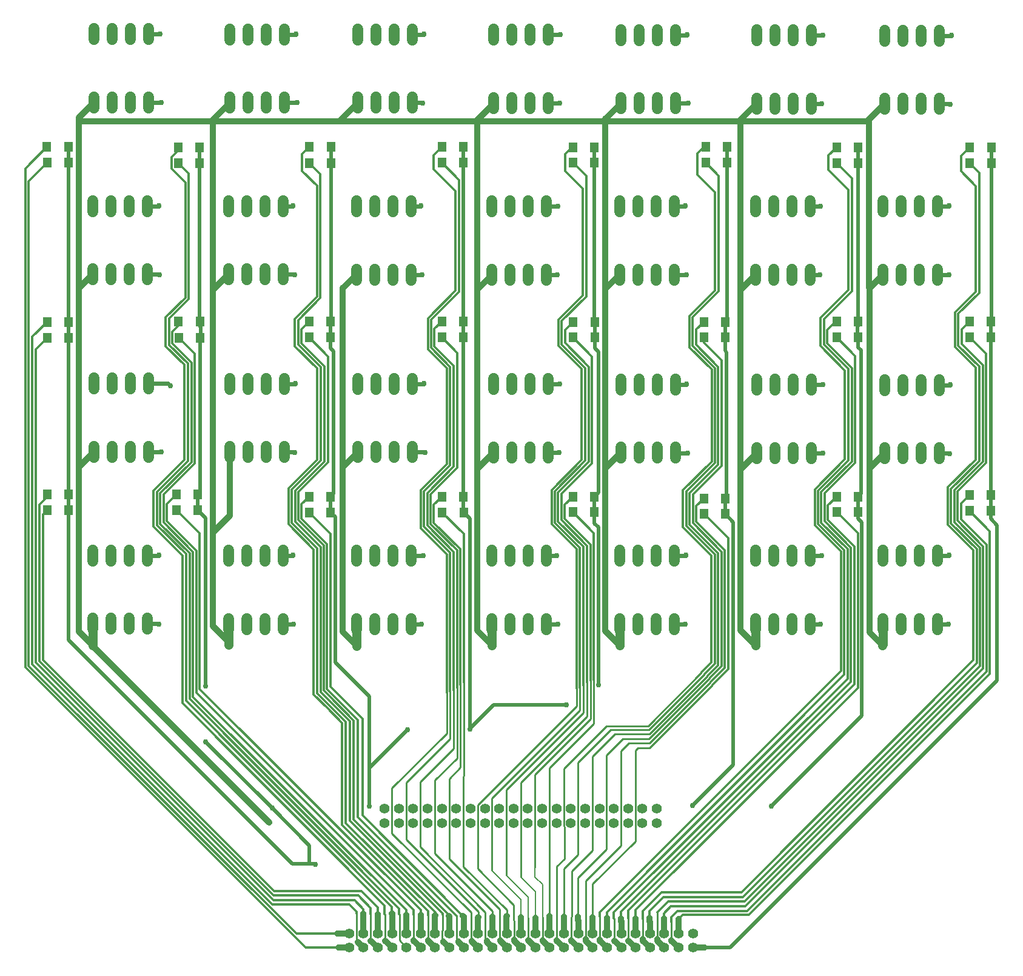
<source format=gbr>
G04 EAGLE Gerber RS-274X export*
G75*
%MOMM*%
%FSLAX34Y34*%
%LPD*%
%INTop Copper*%
%IPPOS*%
%AMOC8*
5,1,8,0,0,1.08239X$1,22.5*%
G01*
%ADD10R,1.200000X1.400000*%
%ADD11C,1.524000*%
%ADD12C,1.408000*%
%ADD13C,0.609600*%
%ADD14C,0.756400*%
%ADD15C,1.270000*%
%ADD16C,0.812800*%
%ADD17C,0.508000*%
%ADD18C,0.304800*%
%ADD19C,0.254000*%
%ADD20C,0.203200*%


D10*
X179564Y170434D03*
X209564Y170434D03*
X179818Y148336D03*
X209818Y148336D03*
D11*
X321818Y320294D02*
X321818Y335534D01*
X296418Y335534D02*
X296418Y320294D01*
X271018Y320294D02*
X271018Y335534D01*
X245618Y335534D02*
X245618Y320294D01*
X245618Y240284D02*
X245618Y225044D01*
X271018Y225044D02*
X271018Y240284D01*
X296418Y240284D02*
X296418Y225044D01*
X321818Y225044D02*
X321818Y240284D01*
D10*
X362698Y170180D03*
X392698Y170180D03*
X362698Y148082D03*
X392698Y148082D03*
D11*
X511302Y320040D02*
X511302Y335280D01*
X485902Y335280D02*
X485902Y320040D01*
X460502Y320040D02*
X460502Y335280D01*
X435102Y335280D02*
X435102Y320040D01*
X435102Y240030D02*
X435102Y224790D01*
X460502Y224790D02*
X460502Y240030D01*
X485902Y240030D02*
X485902Y224790D01*
X511302Y224790D02*
X511302Y240030D01*
D10*
X546086Y170688D03*
X576086Y170688D03*
X546086Y148082D03*
X576086Y148082D03*
D11*
X689864Y319786D02*
X689864Y335026D01*
X664464Y335026D02*
X664464Y319786D01*
X639064Y319786D02*
X639064Y335026D01*
X613664Y335026D02*
X613664Y319786D01*
X613664Y239776D02*
X613664Y224536D01*
X639064Y224536D02*
X639064Y239776D01*
X664464Y239776D02*
X664464Y224536D01*
X689864Y224536D02*
X689864Y239776D01*
D10*
X731252Y170434D03*
X761252Y170434D03*
X731252Y148336D03*
X761252Y148336D03*
D11*
X879348Y319532D02*
X879348Y334772D01*
X853948Y334772D02*
X853948Y319532D01*
X828548Y319532D02*
X828548Y334772D01*
X803148Y334772D02*
X803148Y319532D01*
X803656Y239522D02*
X803656Y224282D01*
X829056Y224282D02*
X829056Y239522D01*
X854456Y239522D02*
X854456Y224282D01*
X879856Y224282D02*
X879856Y239522D01*
D10*
X913878Y170180D03*
X943878Y170180D03*
X913878Y148336D03*
X943878Y148336D03*
D11*
X1057656Y319024D02*
X1057656Y334264D01*
X1032256Y334264D02*
X1032256Y319024D01*
X1006856Y319024D02*
X1006856Y334264D01*
X981456Y334264D02*
X981456Y319024D01*
X981456Y239014D02*
X981456Y223774D01*
X1006856Y223774D02*
X1006856Y239014D01*
X1032256Y239014D02*
X1032256Y223774D01*
X1057656Y223774D02*
X1057656Y239014D01*
D10*
X1099298Y170434D03*
X1129298Y170434D03*
X1099298Y148336D03*
X1129298Y148336D03*
D11*
X1247140Y318770D02*
X1247140Y334010D01*
X1221740Y334010D02*
X1221740Y318770D01*
X1196340Y318770D02*
X1196340Y334010D01*
X1170940Y334010D02*
X1170940Y318770D01*
X1170940Y238760D02*
X1170940Y223520D01*
X1196340Y223520D02*
X1196340Y238760D01*
X1221740Y238760D02*
X1221740Y223520D01*
X1247140Y223520D02*
X1247140Y238760D01*
D10*
X1282432Y170180D03*
X1312432Y170180D03*
X1282432Y148082D03*
X1312432Y148082D03*
D11*
X1425448Y318262D02*
X1425448Y333502D01*
X1400048Y333502D02*
X1400048Y318262D01*
X1374648Y318262D02*
X1374648Y333502D01*
X1349248Y333502D02*
X1349248Y318262D01*
X1349248Y238252D02*
X1349248Y223012D01*
X1374648Y223012D02*
X1374648Y238252D01*
X1400048Y238252D02*
X1400048Y223012D01*
X1425448Y223012D02*
X1425448Y238252D01*
D10*
X1468106Y170180D03*
X1498106Y170180D03*
X1468106Y147828D03*
X1498106Y147828D03*
X179818Y-73660D03*
X209818Y-73660D03*
X179818Y-96012D03*
X209818Y-96012D03*
D11*
X319786Y80264D02*
X319786Y95504D01*
X294386Y95504D02*
X294386Y80264D01*
X268986Y80264D02*
X268986Y95504D01*
X243586Y95504D02*
X243586Y80264D01*
X243586Y254D02*
X243586Y-14986D01*
X268986Y-14986D02*
X268986Y254D01*
X294386Y254D02*
X294386Y-14986D01*
X319786Y-14986D02*
X319786Y254D01*
D10*
X363206Y-73406D03*
X393206Y-73406D03*
X363714Y-95758D03*
X393714Y-95758D03*
D11*
X509270Y80264D02*
X509270Y95504D01*
X483870Y95504D02*
X483870Y80264D01*
X458470Y80264D02*
X458470Y95504D01*
X433070Y95504D02*
X433070Y80264D01*
X433070Y254D02*
X433070Y-14986D01*
X458470Y-14986D02*
X458470Y254D01*
X483870Y254D02*
X483870Y-14986D01*
X509270Y-14986D02*
X509270Y254D01*
D10*
X545578Y-73406D03*
X575578Y-73406D03*
X545578Y-95504D03*
X575578Y-95504D03*
D11*
X687832Y80264D02*
X687832Y95504D01*
X662432Y95504D02*
X662432Y80264D01*
X637032Y80264D02*
X637032Y95504D01*
X611632Y95504D02*
X611632Y80264D01*
X611632Y0D02*
X611632Y-15240D01*
X637032Y-15240D02*
X637032Y0D01*
X662432Y0D02*
X662432Y-15240D01*
X687832Y-15240D02*
X687832Y0D01*
D10*
X730998Y-73152D03*
X760998Y-73152D03*
X730998Y-95250D03*
X760998Y-95250D03*
D11*
X877316Y79756D02*
X877316Y94996D01*
X851916Y94996D02*
X851916Y79756D01*
X826516Y79756D02*
X826516Y94996D01*
X801116Y94996D02*
X801116Y79756D01*
X801116Y-254D02*
X801116Y-15494D01*
X826516Y-15494D02*
X826516Y-254D01*
X851916Y-254D02*
X851916Y-15494D01*
X877316Y-15494D02*
X877316Y-254D01*
D10*
X914386Y-73660D03*
X944386Y-73660D03*
X914386Y-95504D03*
X944386Y-95504D03*
D11*
X1055624Y80010D02*
X1055624Y95250D01*
X1030224Y95250D02*
X1030224Y80010D01*
X1004824Y80010D02*
X1004824Y95250D01*
X979424Y95250D02*
X979424Y80010D01*
X979424Y0D02*
X979424Y-15240D01*
X1004824Y-15240D02*
X1004824Y0D01*
X1030224Y0D02*
X1030224Y-15240D01*
X1055624Y-15240D02*
X1055624Y0D01*
D10*
X1096758Y-73660D03*
X1126758Y-73660D03*
X1096758Y-95504D03*
X1126758Y-95504D03*
D11*
X1245108Y79756D02*
X1245108Y94996D01*
X1219708Y94996D02*
X1219708Y79756D01*
X1194308Y79756D02*
X1194308Y94996D01*
X1168908Y94996D02*
X1168908Y79756D01*
X1168908Y0D02*
X1168908Y-15240D01*
X1194308Y-15240D02*
X1194308Y0D01*
X1219708Y0D02*
X1219708Y-15240D01*
X1245108Y-15240D02*
X1245108Y0D01*
D10*
X1282178Y-73406D03*
X1312178Y-73406D03*
X1282178Y-95504D03*
X1312178Y-95504D03*
D11*
X1423416Y80010D02*
X1423416Y95250D01*
X1398016Y95250D02*
X1398016Y80010D01*
X1372616Y80010D02*
X1372616Y95250D01*
X1347216Y95250D02*
X1347216Y80010D01*
X1347216Y0D02*
X1347216Y-15240D01*
X1372616Y-15240D02*
X1372616Y0D01*
X1398016Y0D02*
X1398016Y-15240D01*
X1423416Y-15240D02*
X1423416Y0D01*
D10*
X1467852Y-73406D03*
X1497852Y-73406D03*
X1467852Y-95250D03*
X1497852Y-95250D03*
X179818Y-314706D03*
X209818Y-314706D03*
X179818Y-336804D03*
X209818Y-336804D03*
D11*
X321564Y-166878D02*
X321564Y-151638D01*
X296164Y-151638D02*
X296164Y-166878D01*
X270764Y-166878D02*
X270764Y-151638D01*
X245364Y-151638D02*
X245364Y-166878D01*
X245618Y-247396D02*
X245618Y-262636D01*
X271018Y-262636D02*
X271018Y-247396D01*
X296418Y-247396D02*
X296418Y-262636D01*
X321818Y-262636D02*
X321818Y-247396D01*
D10*
X360412Y-314198D03*
X390412Y-314198D03*
X360412Y-336550D03*
X390412Y-336550D03*
D11*
X511302Y-167640D02*
X511302Y-152400D01*
X485902Y-152400D02*
X485902Y-167640D01*
X460502Y-167640D02*
X460502Y-152400D01*
X435102Y-152400D02*
X435102Y-167640D01*
X435102Y-247650D02*
X435102Y-262890D01*
X460502Y-262890D02*
X460502Y-247650D01*
X485902Y-247650D02*
X485902Y-262890D01*
X511302Y-262890D02*
X511302Y-247650D01*
D10*
X545578Y-317754D03*
X575578Y-317754D03*
X545578Y-339598D03*
X575578Y-339598D03*
D11*
X689864Y-167894D02*
X689864Y-152654D01*
X664464Y-152654D02*
X664464Y-167894D01*
X639064Y-167894D02*
X639064Y-152654D01*
X613664Y-152654D02*
X613664Y-167894D01*
X613664Y-247904D02*
X613664Y-263144D01*
X639064Y-263144D02*
X639064Y-247904D01*
X664464Y-247904D02*
X664464Y-263144D01*
X689864Y-263144D02*
X689864Y-247904D01*
D10*
X731252Y-317754D03*
X761252Y-317754D03*
X731506Y-339852D03*
X761506Y-339852D03*
D11*
X879348Y-168148D02*
X879348Y-152908D01*
X853948Y-152908D02*
X853948Y-168148D01*
X828548Y-168148D02*
X828548Y-152908D01*
X803148Y-152908D02*
X803148Y-168148D01*
X803148Y-248158D02*
X803148Y-263398D01*
X828548Y-263398D02*
X828548Y-248158D01*
X853948Y-248158D02*
X853948Y-263398D01*
X879348Y-263398D02*
X879348Y-248158D01*
D10*
X914132Y-317500D03*
X944132Y-317500D03*
X914132Y-339344D03*
X944132Y-339344D03*
D11*
X1057656Y-168656D02*
X1057656Y-153416D01*
X1032256Y-153416D02*
X1032256Y-168656D01*
X1006856Y-168656D02*
X1006856Y-153416D01*
X981456Y-153416D02*
X981456Y-168656D01*
X981456Y-248666D02*
X981456Y-263906D01*
X1006856Y-263906D02*
X1006856Y-248666D01*
X1032256Y-248666D02*
X1032256Y-263906D01*
X1057656Y-263906D02*
X1057656Y-248666D01*
D10*
X1096758Y-320040D03*
X1126758Y-320040D03*
X1096758Y-341884D03*
X1126758Y-341884D03*
D11*
X1247140Y-168910D02*
X1247140Y-153670D01*
X1221740Y-153670D02*
X1221740Y-168910D01*
X1196340Y-168910D02*
X1196340Y-153670D01*
X1170940Y-153670D02*
X1170940Y-168910D01*
X1170940Y-248920D02*
X1170940Y-264160D01*
X1196340Y-264160D02*
X1196340Y-248920D01*
X1221740Y-248920D02*
X1221740Y-264160D01*
X1247140Y-264160D02*
X1247140Y-248920D01*
D10*
X1282178Y-317500D03*
X1312178Y-317500D03*
X1282178Y-339344D03*
X1312178Y-339344D03*
D11*
X1425448Y-169418D02*
X1425448Y-154178D01*
X1400048Y-154178D02*
X1400048Y-169418D01*
X1374648Y-169418D02*
X1374648Y-154178D01*
X1349248Y-154178D02*
X1349248Y-169418D01*
X1349248Y-249428D02*
X1349248Y-264668D01*
X1374648Y-264668D02*
X1374648Y-249428D01*
X1400048Y-249428D02*
X1400048Y-264668D01*
X1425448Y-264668D02*
X1425448Y-249428D01*
D10*
X1467598Y-315214D03*
X1497598Y-315214D03*
X1467598Y-337312D03*
X1497598Y-337312D03*
D11*
X319786Y-392176D02*
X319786Y-407416D01*
X294386Y-407416D02*
X294386Y-392176D01*
X268986Y-392176D02*
X268986Y-407416D01*
X243586Y-407416D02*
X243586Y-392176D01*
X243586Y-487426D02*
X243586Y-502666D01*
X268986Y-502666D02*
X268986Y-487426D01*
X294386Y-487426D02*
X294386Y-502666D01*
X319786Y-502666D02*
X319786Y-487426D01*
X509270Y-407670D02*
X509270Y-392430D01*
X483870Y-392430D02*
X483870Y-407670D01*
X458470Y-407670D02*
X458470Y-392430D01*
X433070Y-392430D02*
X433070Y-407670D01*
X433070Y-487680D02*
X433070Y-502920D01*
X458470Y-502920D02*
X458470Y-487680D01*
X483870Y-487680D02*
X483870Y-502920D01*
X509270Y-502920D02*
X509270Y-487680D01*
X687832Y-407670D02*
X687832Y-392430D01*
X662432Y-392430D02*
X662432Y-407670D01*
X637032Y-407670D02*
X637032Y-392430D01*
X611632Y-392430D02*
X611632Y-407670D01*
X611632Y-487680D02*
X611632Y-502920D01*
X637032Y-502920D02*
X637032Y-487680D01*
X662432Y-487680D02*
X662432Y-502920D01*
X687832Y-502920D02*
X687832Y-487680D01*
X877316Y-407924D02*
X877316Y-392684D01*
X851916Y-392684D02*
X851916Y-407924D01*
X826516Y-407924D02*
X826516Y-392684D01*
X801116Y-392684D02*
X801116Y-407924D01*
X801116Y-487934D02*
X801116Y-503174D01*
X826516Y-503174D02*
X826516Y-487934D01*
X851916Y-487934D02*
X851916Y-503174D01*
X877316Y-503174D02*
X877316Y-487934D01*
X1055624Y-407670D02*
X1055624Y-392430D01*
X1030224Y-392430D02*
X1030224Y-407670D01*
X1004824Y-407670D02*
X1004824Y-392430D01*
X979424Y-392430D02*
X979424Y-407670D01*
X979424Y-487680D02*
X979424Y-502920D01*
X1004824Y-502920D02*
X1004824Y-487680D01*
X1030224Y-487680D02*
X1030224Y-502920D01*
X1055624Y-502920D02*
X1055624Y-487680D01*
X1245108Y-407924D02*
X1245108Y-392684D01*
X1219708Y-392684D02*
X1219708Y-407924D01*
X1194308Y-407924D02*
X1194308Y-392684D01*
X1168908Y-392684D02*
X1168908Y-407924D01*
X1168908Y-487934D02*
X1168908Y-503174D01*
X1194308Y-503174D02*
X1194308Y-487934D01*
X1219708Y-487934D02*
X1219708Y-503174D01*
X1245108Y-503174D02*
X1245108Y-487934D01*
X1423416Y-407670D02*
X1423416Y-392430D01*
X1398016Y-392430D02*
X1398016Y-407670D01*
X1372616Y-407670D02*
X1372616Y-392430D01*
X1347216Y-392430D02*
X1347216Y-407670D01*
X1347216Y-487680D02*
X1347216Y-502920D01*
X1372616Y-502920D02*
X1372616Y-487680D01*
X1398016Y-487680D02*
X1398016Y-502920D01*
X1423416Y-502920D02*
X1423416Y-487680D01*
D12*
X601502Y-947260D03*
X601502Y-927260D03*
X621502Y-947260D03*
X621502Y-927260D03*
X641502Y-947260D03*
X641502Y-927260D03*
X661502Y-947260D03*
X661502Y-927260D03*
X681502Y-947260D03*
X681502Y-927260D03*
X701502Y-947260D03*
X701502Y-927260D03*
X721502Y-947260D03*
X721502Y-927260D03*
X741502Y-947260D03*
X741502Y-927260D03*
X761502Y-947260D03*
X761502Y-927260D03*
X781502Y-947260D03*
X781502Y-927260D03*
X801502Y-947260D03*
X801502Y-927260D03*
X821502Y-947260D03*
X821502Y-927260D03*
X841502Y-947260D03*
X841502Y-927260D03*
X861502Y-947260D03*
X861502Y-927260D03*
X881502Y-947260D03*
X881502Y-927260D03*
X901502Y-947260D03*
X901502Y-927260D03*
X921502Y-947260D03*
X921502Y-927260D03*
X941502Y-947260D03*
X941502Y-927260D03*
X961502Y-947260D03*
X961502Y-927260D03*
X981502Y-947260D03*
X981502Y-927260D03*
X1001502Y-947260D03*
X1001502Y-927260D03*
X1021502Y-947260D03*
X1021502Y-927260D03*
X1041502Y-947260D03*
X1041502Y-927260D03*
X1061502Y-947260D03*
X1061502Y-927260D03*
X1081502Y-947260D03*
X1081502Y-927260D03*
X650994Y-773270D03*
X650994Y-753270D03*
X670994Y-773270D03*
X670994Y-753270D03*
X690994Y-773270D03*
X690994Y-753270D03*
X710994Y-773270D03*
X710994Y-753270D03*
X730994Y-773270D03*
X730994Y-753270D03*
X750994Y-773270D03*
X750994Y-753270D03*
X770994Y-773270D03*
X770994Y-753270D03*
X790994Y-773270D03*
X790994Y-753270D03*
X810994Y-773270D03*
X810994Y-753270D03*
X830994Y-773270D03*
X830994Y-753270D03*
X850994Y-773270D03*
X850994Y-753270D03*
X870994Y-773270D03*
X870994Y-753270D03*
X890994Y-773270D03*
X890994Y-753270D03*
X910994Y-773270D03*
X910994Y-753270D03*
X930994Y-773270D03*
X930994Y-753270D03*
X950994Y-773270D03*
X950994Y-753270D03*
X970994Y-773270D03*
X970994Y-753270D03*
X990994Y-773270D03*
X990994Y-753270D03*
X1010994Y-773270D03*
X1010994Y-753270D03*
X1030994Y-773270D03*
X1030994Y-753270D03*
D13*
X337566Y327914D02*
X321818Y327914D01*
X337566Y327914D02*
X337566Y328267D01*
D14*
X337566Y328267D03*
D15*
X243586Y-495046D02*
X243586Y-525272D01*
X433070Y-524510D02*
X433070Y-498221D01*
X612140Y-498221D02*
X612140Y-526034D01*
X801116Y-525272D02*
X801116Y-498475D01*
X979424Y-524764D02*
X979678Y-525018D01*
X979424Y-524764D02*
X979424Y-498221D01*
X1168654Y-525018D02*
X1168908Y-524764D01*
X1168908Y-498475D01*
X1346200Y-525018D02*
X1347216Y-524002D01*
X1347216Y-498221D01*
D16*
X245618Y-255016D02*
X224028Y-276606D01*
X224282Y-278892D02*
X224282Y-505968D01*
X224028Y-276606D02*
X224028Y-25654D01*
X224028Y206502D01*
X224028Y211074D01*
X245618Y232664D01*
X243586Y-7366D02*
X225298Y-25654D01*
X224028Y-25654D01*
X224028Y206502D02*
X409194Y206502D01*
X434340Y231648D01*
X409194Y206502D02*
X588010Y206502D01*
X612902Y231394D01*
X588010Y206502D02*
X778256Y206502D01*
X780034Y208280D01*
X802894Y231140D01*
X778256Y206502D02*
X956564Y206502D01*
X959358Y209296D01*
X980694Y230632D01*
X956564Y206502D02*
X1146302Y206502D01*
X1147572Y207772D01*
X1170178Y230378D01*
X1146302Y206502D02*
X1325118Y206502D01*
X1327404Y208788D01*
X1348486Y229870D01*
X435102Y-255270D02*
X435102Y-343916D01*
X410972Y-368046D01*
X410972Y-29464D01*
X433070Y-7366D01*
X613664Y-255524D02*
X592328Y-276860D01*
X592328Y-506222D02*
X612140Y-526034D01*
X592328Y-506222D02*
X592328Y-276860D01*
X592328Y-26924D02*
X611632Y-7620D01*
X592328Y-26924D02*
X592328Y-276860D01*
X780034Y-278892D02*
X803148Y-255778D01*
X780034Y-504190D02*
X801116Y-525272D01*
X780034Y-504190D02*
X780034Y-278892D01*
X780034Y-28956D02*
X801116Y-7874D01*
X780034Y-28956D02*
X780034Y-278892D01*
X959358Y-27686D02*
X979424Y-7620D01*
X959358Y-27686D02*
X959358Y-278384D01*
X959358Y-504698D01*
X979678Y-525018D01*
X959358Y-278384D02*
X981456Y-256286D01*
X1147572Y-279908D02*
X1170940Y-256540D01*
X1147572Y-503936D02*
X1168654Y-525018D01*
X1147572Y-503936D02*
X1147572Y-279908D01*
X1147572Y-28956D02*
X1168908Y-7620D01*
X1147572Y-28956D02*
X1147572Y-279908D01*
X1328166Y-278130D02*
X1349248Y-257048D01*
X1328166Y-506984D02*
X1346200Y-525018D01*
X1328166Y-506984D02*
X1328166Y-278130D01*
X1328166Y-26670D02*
X1347216Y-7620D01*
X1328166Y-26670D02*
X1328166Y-278130D01*
X410972Y-29464D02*
X410972Y204724D01*
X409194Y206502D01*
X780034Y208280D02*
X780034Y-28956D01*
X959358Y-27686D02*
X959358Y209296D01*
X1147572Y207772D02*
X1147572Y-28956D01*
X1327404Y-25908D02*
X1328166Y-26670D01*
X1327404Y-25908D02*
X1327404Y208788D01*
X410972Y-368046D02*
X410972Y-498348D01*
X433070Y-520446D01*
X433070Y-524510D01*
X244602Y-526288D02*
X224282Y-505968D01*
X243586Y-525272D02*
X243586Y-526288D01*
X490220Y-772922D01*
D14*
X490220Y-772922D03*
D13*
X1423416Y-495300D02*
X1438402Y-495300D01*
X1438402Y-495653D01*
D14*
X1438402Y-495653D03*
D17*
X209564Y148590D02*
X209564Y170434D01*
X209564Y148590D02*
X209818Y148336D01*
X209818Y-73660D01*
X209818Y-96012D01*
X209818Y-314706D01*
X209818Y-336804D01*
X209818Y-517666D01*
X392698Y148082D02*
X392698Y170180D01*
X392698Y148082D02*
X392698Y-79262D01*
X394462Y-81026D01*
X394716Y-80772D01*
X394716Y-94756D01*
X393714Y-95758D01*
X393714Y-310896D01*
X390412Y-314198D01*
X390412Y-336550D01*
X401320Y-347458D01*
X576086Y148082D02*
X576086Y170688D01*
X576086Y148082D02*
X576086Y-72898D01*
X575578Y-73406D01*
X575578Y-95504D01*
X575578Y-110504D01*
X579628Y-114554D01*
X579628Y-313704D01*
X575578Y-317754D01*
X575578Y-339598D01*
X582168Y-346188D01*
X582168Y-548640D01*
X761252Y148336D02*
X761252Y170434D01*
X761252Y148336D02*
X761252Y-72898D01*
X760998Y-73152D01*
X760998Y-95250D01*
X760998Y-317500D01*
X761252Y-317754D01*
X761252Y-339598D01*
X761506Y-339852D01*
X770382Y-348728D01*
X943878Y148336D02*
X943878Y170180D01*
X943878Y148336D02*
X943878Y-73152D01*
X944386Y-73660D01*
X944386Y-95504D01*
X944386Y-110504D01*
X949452Y-115570D01*
X949452Y-312180D01*
X944132Y-317500D01*
X944132Y-339344D01*
X944132Y-355106D01*
X949452Y-360426D01*
X1129298Y148336D02*
X1129298Y170434D01*
X1129298Y148336D02*
X1129298Y-71120D01*
X1126758Y-73660D01*
X1126758Y-95504D01*
X1126758Y-114060D01*
X1128776Y-116078D01*
X1128776Y-318022D01*
X1126758Y-320040D01*
X1126758Y-341884D01*
X1137920Y-353046D01*
X1312432Y148082D02*
X1312432Y170180D01*
X1312432Y148082D02*
X1312432Y-79742D01*
X1311656Y-80518D01*
X1311148Y-80010D01*
X1311148Y-94474D01*
X1312178Y-95504D01*
X1312178Y-109488D01*
X1315974Y-113284D01*
X1315974Y-313704D01*
X1312178Y-317500D01*
X1312178Y-339344D01*
X1312178Y-348248D01*
X1317498Y-353568D01*
X1498106Y147828D02*
X1498106Y170180D01*
X1498106Y147828D02*
X1498106Y-73152D01*
X1497852Y-73406D01*
X1497852Y-95250D01*
X1497852Y-314960D01*
X1497598Y-315214D01*
X1497598Y-337312D01*
X1497598Y-348756D01*
X1506220Y-357378D01*
X522224Y-830072D02*
X209818Y-517666D01*
D14*
X401320Y-581914D03*
X401320Y-659892D03*
D17*
X494030Y-752602D01*
X545846Y-804418D01*
X545846Y-830072D01*
X401320Y-581914D02*
X401320Y-347458D01*
X522224Y-830072D02*
X545846Y-830072D01*
X629920Y-696722D02*
X629920Y-596392D01*
D14*
X629920Y-750062D03*
D17*
X629920Y-696722D01*
D14*
X494030Y-752602D03*
D17*
X629920Y-596392D02*
X582168Y-548640D01*
X769874Y-642112D02*
X770382Y-641604D01*
D14*
X769874Y-642112D03*
X683260Y-643382D03*
D17*
X629920Y-696722D01*
X770382Y-641604D02*
X770382Y-348728D01*
X949452Y-580418D02*
X949678Y-580644D01*
D14*
X949678Y-580644D03*
X905256Y-608584D03*
D17*
X803402Y-608584D01*
X770382Y-641604D01*
X949452Y-580418D02*
X949452Y-360426D01*
X1137920Y-691896D02*
X1080770Y-749046D01*
D14*
X1080770Y-749046D03*
D17*
X1137920Y-691896D02*
X1137920Y-353046D01*
X1317498Y-623570D02*
X1191006Y-750062D01*
D14*
X1191006Y-750062D03*
D17*
X1317498Y-623570D02*
X1317498Y-353568D01*
X1506220Y-574577D02*
X1133537Y-947260D01*
X1097788Y-947260D01*
X1506220Y-574577D02*
X1506220Y-357378D01*
X553212Y-830072D02*
X545846Y-830072D01*
X553212Y-830072D02*
X553974Y-830834D01*
D14*
X553974Y-830834D03*
D16*
X1081502Y-947260D02*
X1097788Y-947260D01*
D18*
X1496060Y-365774D02*
X1467598Y-337312D01*
X1496060Y-365774D02*
X1496060Y-565150D01*
X1160018Y-901192D02*
X1067308Y-901192D01*
X1061502Y-906998D01*
X1160018Y-901192D02*
X1496060Y-565150D01*
D16*
X1061502Y-906998D02*
X1061502Y-927260D01*
D13*
X527304Y327660D02*
X511302Y327660D01*
X527304Y327660D02*
X527304Y328013D01*
D14*
X527304Y328013D03*
D13*
X689864Y327406D02*
X706120Y327406D01*
X706120Y327759D01*
D14*
X706120Y327759D03*
D13*
X879348Y327152D02*
X896762Y327152D01*
X896762Y327294D01*
D14*
X896762Y327294D03*
D13*
X1057656Y326644D02*
X1073150Y326644D01*
X1073150Y326997D01*
D14*
X1073150Y326997D03*
D13*
X1247140Y326390D02*
X1263142Y326390D01*
X1263142Y326743D01*
D14*
X1263142Y326743D03*
D13*
X1425448Y325882D02*
X1442212Y325882D01*
X1442212Y326235D01*
D14*
X1442212Y326235D03*
D13*
X336042Y87884D02*
X319786Y87884D01*
X336042Y87884D02*
X336042Y88364D01*
D14*
X336042Y88364D03*
D13*
X509270Y87884D02*
X522732Y87884D01*
X522732Y88110D01*
D14*
X522732Y88110D03*
D13*
X687832Y87884D02*
X701802Y87884D01*
X701802Y88110D01*
D14*
X701802Y88110D03*
D13*
X877316Y87376D02*
X892810Y87376D01*
X892810Y87856D01*
D14*
X892810Y87856D03*
D13*
X1055624Y87630D02*
X1070864Y87630D01*
X1070864Y88110D01*
D14*
X1070864Y88110D03*
D13*
X1245108Y87376D02*
X1259586Y87376D01*
X1259586Y87856D01*
D14*
X1259586Y87856D03*
D13*
X1423416Y87630D02*
X1439418Y87630D01*
X1439418Y88110D01*
D14*
X1439418Y88110D03*
D13*
X321818Y-159512D02*
X321564Y-159258D01*
X321818Y-159512D02*
X348488Y-159512D01*
X351790Y-162814D01*
D14*
X351790Y-162814D03*
D13*
X511302Y-160020D02*
X526796Y-160020D01*
X526796Y-159667D01*
D14*
X526796Y-159667D03*
D13*
X689864Y-160274D02*
X705866Y-160274D01*
X705866Y-159921D01*
D14*
X705866Y-159921D03*
D13*
X879348Y-160528D02*
X895858Y-160528D01*
X895858Y-160175D01*
D14*
X895858Y-160175D03*
D13*
X1057656Y-161036D02*
X1072896Y-161036D01*
X1072896Y-160683D01*
D14*
X1072896Y-160683D03*
D13*
X1247140Y-161290D02*
X1262634Y-161290D01*
X1262634Y-160937D01*
D14*
X1262634Y-160937D03*
D13*
X1425448Y-161798D02*
X1440942Y-161798D01*
X1440942Y-161445D01*
D14*
X1440942Y-161445D03*
D13*
X335788Y-399796D02*
X319786Y-399796D01*
X335788Y-399796D02*
X335788Y-399316D01*
D14*
X335788Y-399316D03*
D13*
X509270Y-400050D02*
X522986Y-400050D01*
X522986Y-399570D01*
D14*
X522986Y-399570D03*
D13*
X687832Y-400050D02*
X705183Y-400050D01*
X705183Y-399717D01*
D14*
X705183Y-399717D03*
D13*
X877316Y-400304D02*
X891540Y-400304D01*
X891540Y-399824D01*
D14*
X891540Y-399824D03*
D13*
X1055624Y-400050D02*
X1071372Y-400050D01*
X1071372Y-399570D01*
D14*
X1071372Y-399570D03*
D13*
X1245108Y-400304D02*
X1261618Y-400304D01*
X1261618Y-399824D01*
D14*
X1261618Y-399824D03*
D18*
X179564Y170434D02*
X149606Y140476D01*
X149606Y-556006D01*
X540860Y-947260D01*
X586486Y-947260D01*
D16*
X601502Y-947260D01*
D18*
X154178Y122696D02*
X179818Y148336D01*
X154178Y122696D02*
X154178Y-553720D01*
X527718Y-927260D02*
X585216Y-927260D01*
X527718Y-927260D02*
X154178Y-553720D01*
D16*
X585216Y-927260D02*
X601502Y-927260D01*
D18*
X353650Y139820D02*
X353650Y156345D01*
X362698Y165393D02*
X362698Y170180D01*
X362698Y165393D02*
X353650Y156345D01*
X353650Y139820D02*
X372858Y120612D01*
X372858Y-39978D02*
X345522Y-67314D01*
X345522Y-107808D01*
X371334Y-133620D01*
X371334Y-266568D02*
X328676Y-309226D01*
X328676Y-359365D01*
X369048Y-399737D01*
X372858Y-39978D02*
X372858Y120612D01*
X371334Y-133620D02*
X371334Y-266568D01*
X369048Y-399737D02*
X369048Y-606030D01*
X651256Y-888238D02*
X651256Y-900176D01*
X651256Y-888238D02*
X369048Y-606030D01*
D19*
X651256Y-900176D02*
X651668Y-900588D01*
X651668Y-937429D01*
D16*
X661499Y-947260D02*
X661502Y-947260D01*
X661499Y-947260D02*
X651668Y-937429D01*
D18*
X377430Y133350D02*
X362698Y148082D01*
X377430Y133350D02*
X377430Y-41872D01*
X350094Y-69208D01*
X350094Y-105914D02*
X376160Y-131980D01*
X376160Y-268208D02*
X333248Y-311120D01*
X333248Y-357471D01*
X373620Y-397843D01*
X350094Y-105914D02*
X350094Y-69208D01*
X376160Y-131980D02*
X376160Y-268208D01*
X373620Y-397843D02*
X373620Y-602728D01*
X661416Y-890524D02*
X661416Y-899668D01*
X661416Y-890524D02*
X373620Y-602728D01*
D19*
X661416Y-905002D02*
X661502Y-905088D01*
D16*
X661502Y-927260D01*
X661502Y-905088D02*
X661502Y-899754D01*
X661416Y-899668D01*
D18*
X535686Y160288D02*
X546086Y170688D01*
X535686Y137160D02*
X556754Y116092D01*
X556754Y-38454D02*
X525780Y-69428D01*
X525780Y-107674D01*
X535686Y137160D02*
X535686Y160288D01*
X556754Y116092D02*
X556754Y-38454D01*
X525780Y-107674D02*
X556754Y-138648D01*
X516890Y-305723D02*
X516890Y-356063D01*
X552196Y-391369D02*
X552196Y-593968D01*
X570992Y-612764D02*
X570992Y-612902D01*
X570992Y-612764D02*
X552196Y-593968D01*
X556754Y-265859D02*
X556754Y-138648D01*
X556754Y-265859D02*
X516890Y-305723D01*
X516890Y-356063D02*
X552196Y-391369D01*
X570992Y-612764D02*
X591566Y-633338D01*
X591566Y-775970D01*
X711708Y-896112D02*
X711708Y-901700D01*
X711708Y-896112D02*
X591566Y-775970D01*
D19*
X711668Y-923187D02*
X711668Y-937175D01*
X711668Y-923187D02*
X711708Y-923147D01*
X711708Y-901700D01*
D16*
X711668Y-937426D02*
X721502Y-947260D01*
X711668Y-937426D02*
X711668Y-937175D01*
D18*
X561580Y-137008D02*
X530352Y-105780D01*
X561326Y132842D02*
X546086Y148082D01*
X561326Y132842D02*
X561326Y-40348D01*
X530352Y-71322D01*
X530352Y-105780D01*
X561580Y-267498D02*
X521462Y-307616D01*
X521462Y-354169D01*
X557022Y-389729D01*
X561580Y-267498D02*
X561580Y-137008D01*
X557022Y-389729D02*
X557022Y-592328D01*
X596900Y-632206D02*
X596900Y-773176D01*
X721614Y-897890D01*
X721614Y-901700D01*
X596900Y-632206D02*
X557022Y-592328D01*
D16*
X721360Y-927118D02*
X721502Y-927260D01*
X721360Y-901954D02*
X721614Y-901700D01*
X721360Y-901954D02*
X721360Y-927118D01*
D18*
X719836Y159018D02*
X731252Y170434D01*
X719836Y139192D02*
X750302Y108726D01*
X711454Y-68920D02*
X711454Y-111738D01*
X738124Y-138408D01*
X738124Y-272142D02*
X701548Y-308718D01*
X701548Y-361950D01*
X737870Y-398272D01*
X719836Y139192D02*
X719836Y159018D01*
X750302Y108726D02*
X750302Y-30072D01*
X711454Y-68920D01*
X738124Y-138408D02*
X738124Y-272142D01*
X737870Y-398272D02*
X737870Y-591659D01*
D19*
X737870Y-647954D01*
X661160Y-724664D02*
X661160Y-787398D01*
X661160Y-724664D02*
X737870Y-647954D01*
X661160Y-787398D02*
X771668Y-897906D01*
X771668Y-936413D02*
X772972Y-937718D01*
X771668Y-936413D02*
X771668Y-897906D01*
D16*
X772972Y-938730D02*
X781502Y-947260D01*
X772972Y-938730D02*
X772972Y-937718D01*
D18*
X742696Y-136514D02*
X716026Y-109844D01*
X755128Y124460D02*
X731252Y148336D01*
X755128Y124460D02*
X755128Y-31712D01*
X716026Y-70814D01*
X716026Y-109844D01*
X742696Y-274036D02*
X706120Y-310612D01*
X706120Y-359757D01*
X742442Y-396079D02*
X742442Y-589258D01*
X742696Y-274036D02*
X742696Y-136514D01*
X706120Y-359757D02*
X742442Y-396079D01*
D19*
X742442Y-589258D02*
X742442Y-655320D01*
X681160Y-777343D02*
X681228Y-777411D01*
X681228Y-796290D01*
X681160Y-777343D02*
X681160Y-716602D01*
X781812Y-896874D02*
X781812Y-905002D01*
X681160Y-716602D02*
X742442Y-655320D01*
X681228Y-796290D02*
X781812Y-896874D01*
X781812Y-909066D02*
X781502Y-909376D01*
D16*
X781502Y-927260D01*
X781502Y-909376D02*
X781502Y-905312D01*
X781812Y-905002D01*
D18*
X912368Y170180D02*
X913878Y170180D01*
X912368Y170180D02*
X902970Y160782D01*
X902970Y136652D01*
X927340Y112282D01*
X927340Y-36930D02*
X893826Y-70444D01*
X893826Y-106912D01*
X884174Y-308263D02*
X884174Y-356063D01*
X926275Y-139360D02*
X893826Y-106912D01*
X926275Y-139360D02*
X926275Y-266162D01*
X884174Y-308263D01*
X884174Y-356063D02*
X918972Y-390861D01*
X927340Y-36930D02*
X927340Y112282D01*
X918972Y-390861D02*
X918972Y-585795D01*
D19*
X918972Y-610108D01*
X781050Y-748030D01*
X781050Y-837184D01*
X831342Y-887476D01*
X831668Y-909483D02*
X831668Y-936159D01*
X831668Y-909483D02*
X831342Y-909157D01*
X831342Y-887476D01*
D16*
X831668Y-937426D02*
X841502Y-947260D01*
X831668Y-937426D02*
X831668Y-936159D01*
D18*
X931487Y-138107D02*
X898398Y-105018D01*
X932420Y129794D02*
X913878Y148336D01*
X932420Y129794D02*
X932420Y-38316D01*
X898398Y-72338D01*
X898398Y-105018D01*
X923544Y-388967D02*
X923544Y-584454D01*
X888746Y-354169D02*
X888746Y-310156D01*
X888746Y-354169D02*
X923544Y-388967D01*
X931487Y-267415D02*
X931487Y-138107D01*
X931487Y-267415D02*
X888746Y-310156D01*
D19*
X923544Y-584454D02*
X923544Y-615950D01*
X800862Y-738632D01*
X800862Y-839216D01*
D20*
X841502Y-879856D02*
X841502Y-904494D01*
X841502Y-879856D02*
X800862Y-839216D01*
D16*
X841502Y-904494D02*
X841502Y-927260D01*
D18*
X1096772Y170434D02*
X1099298Y170434D01*
X1096772Y170434D02*
X1087882Y161544D01*
X1087882Y131826D01*
X1112506Y107202D01*
X1076706Y-65416D02*
X1076706Y-109198D01*
X1107694Y-140186D01*
X1067816Y-308718D02*
X1067816Y-360381D01*
X1107440Y-400005D01*
X1107440Y-549077D02*
X1093942Y-562574D01*
X1112506Y-29616D02*
X1112506Y107202D01*
X1112506Y-29616D02*
X1076706Y-65416D01*
X1107694Y-140186D02*
X1107694Y-268840D01*
X1067816Y-308718D01*
X1107440Y-400005D02*
X1107440Y-549077D01*
D19*
X1093942Y-562574D02*
X1018723Y-637794D01*
X960628Y-637794D01*
X901160Y-777343D02*
X901954Y-778137D01*
X901160Y-697262D02*
X960628Y-637794D01*
X901160Y-697262D02*
X901160Y-777343D01*
X901954Y-823468D02*
X891540Y-833882D01*
X891540Y-902462D01*
X901954Y-823468D02*
X901954Y-778137D01*
X891540Y-902462D02*
X891668Y-902590D01*
X891668Y-936413D01*
D16*
X891668Y-937426D02*
X901502Y-947260D01*
X891668Y-937426D02*
X891668Y-936413D01*
D18*
X1117332Y130302D02*
X1099298Y148336D01*
X1117332Y130302D02*
X1117332Y-31256D01*
X1112266Y-270734D02*
X1072388Y-310612D01*
X1072388Y-358487D01*
X1112012Y-398111D02*
X1112012Y-550971D01*
X1098064Y-564918D01*
X1081278Y-67310D02*
X1117332Y-31256D01*
X1081278Y-67310D02*
X1081278Y-107304D01*
X1112266Y-138292D01*
X1112266Y-270734D01*
X1072388Y-358487D02*
X1112012Y-398111D01*
D19*
X1098064Y-564918D02*
X1019855Y-643128D01*
X966470Y-643128D01*
X920828Y-777343D02*
X920750Y-777421D01*
X920828Y-688770D02*
X966470Y-643128D01*
X920828Y-688770D02*
X920828Y-777343D01*
X901446Y-836676D02*
X901446Y-903732D01*
X920750Y-817372D02*
X920750Y-777421D01*
X920750Y-817372D02*
X901446Y-836676D01*
X901446Y-908558D02*
X901502Y-908614D01*
D16*
X901502Y-927260D01*
X901502Y-908614D02*
X901502Y-903788D01*
X901446Y-903732D01*
D18*
X1270762Y158510D02*
X1282432Y170180D01*
X1270762Y138176D02*
X1298434Y110504D01*
X1259840Y-67956D02*
X1259840Y-107420D01*
X1293876Y-141456D01*
X1293876Y-265337D02*
X1251712Y-307501D01*
X1251712Y-357841D01*
X1288288Y-394417D01*
X1270762Y138176D02*
X1270762Y158510D01*
X1298434Y110504D02*
X1298434Y-29362D01*
X1259840Y-67956D01*
X1293876Y-141456D02*
X1293876Y-265337D01*
X1288288Y-394417D02*
X1288288Y-561269D01*
X951484Y-898073D02*
X951484Y-903732D01*
X951484Y-898073D02*
X1288288Y-561269D01*
D19*
X951484Y-903732D02*
X951668Y-903916D01*
X951668Y-935905D01*
D16*
X951668Y-937426D02*
X961502Y-947260D01*
X951668Y-937426D02*
X951668Y-935905D01*
D18*
X1303514Y127000D02*
X1282432Y148082D01*
X1303514Y127000D02*
X1303514Y-30748D01*
X1264412Y-105526D02*
X1298448Y-139562D01*
X1298448Y-267230D01*
X1256284Y-309394D01*
X1256284Y-355947D01*
X1292860Y-392523D01*
X1264412Y-69850D02*
X1303514Y-30748D01*
X1264412Y-69850D02*
X1264412Y-105526D01*
X1292860Y-392523D02*
X1292860Y-565957D01*
X961390Y-897427D02*
X961390Y-905764D01*
X961390Y-897427D02*
X1292860Y-565957D01*
D16*
X961502Y-911210D02*
X961502Y-927260D01*
X961502Y-911210D02*
X961390Y-911098D01*
X961390Y-905764D01*
D18*
X1455674Y157748D02*
X1468106Y170180D01*
X1455674Y136652D02*
X1476742Y115584D01*
X1476742Y-31394D02*
X1447546Y-60590D01*
X1447546Y-108690D02*
X1476190Y-137334D01*
X1476190Y-265902D02*
X1437386Y-304707D01*
X1437386Y-356825D02*
X1473095Y-392535D01*
X1473095Y-545835D01*
X1455674Y136652D02*
X1455674Y157748D01*
X1476742Y115584D02*
X1476742Y-31394D01*
X1447546Y-60590D02*
X1447546Y-108690D01*
X1476190Y-137334D02*
X1476190Y-265902D01*
X1437386Y-304707D02*
X1437386Y-356825D01*
X1011174Y-896112D02*
X1011174Y-907034D01*
X1149234Y-869696D02*
X1473095Y-545835D01*
X1149234Y-869696D02*
X1037590Y-869696D01*
X1011174Y-896112D01*
D19*
X1011668Y-935143D02*
X1011717Y-935193D01*
X1011668Y-935143D02*
X1011668Y-907528D01*
X1011174Y-907034D01*
D16*
X1011717Y-937475D02*
X1021502Y-947260D01*
X1011717Y-937475D02*
X1011717Y-935334D01*
X1011647Y-935263D01*
D18*
X1481314Y134620D02*
X1468106Y147828D01*
X1481314Y134620D02*
X1481314Y-33288D01*
X1452118Y-106796D02*
X1481016Y-135694D01*
X1441958Y-306600D02*
X1441958Y-354931D01*
X1477772Y-390745D01*
X1481016Y-267542D02*
X1481016Y-135694D01*
X1481016Y-267542D02*
X1441958Y-306600D01*
X1452118Y-62484D02*
X1481314Y-33288D01*
X1452118Y-62484D02*
X1452118Y-106796D01*
X1477772Y-390745D02*
X1477772Y-549910D01*
X1021080Y-896112D02*
X1021080Y-905510D01*
X1151128Y-876554D02*
X1477772Y-549910D01*
X1151128Y-876554D02*
X1040638Y-876554D01*
X1021080Y-896112D01*
D16*
X1021502Y-911266D02*
X1021502Y-927260D01*
X1021080Y-910844D02*
X1021080Y-905510D01*
X1021080Y-910844D02*
X1021502Y-911266D01*
D18*
X179818Y-73660D02*
X159004Y-94474D01*
X159004Y-551688D01*
X494538Y-887222D01*
X611886Y-897128D02*
X611886Y-899922D01*
X601980Y-887222D02*
X494538Y-887222D01*
X601980Y-887222D02*
X611886Y-897128D01*
D19*
X611632Y-937393D02*
X613978Y-939740D01*
X611632Y-900176D02*
X611886Y-899922D01*
X611632Y-900176D02*
X611632Y-937393D01*
D16*
X621499Y-947260D02*
X621502Y-947260D01*
X621499Y-947260D02*
X613978Y-939740D01*
D18*
X163830Y-112000D02*
X179818Y-96012D01*
X163830Y-112000D02*
X163830Y-549402D01*
X495554Y-881126D01*
X621538Y-893572D02*
X621538Y-899922D01*
X609092Y-881126D02*
X495554Y-881126D01*
X609092Y-881126D02*
X621538Y-893572D01*
D19*
X621538Y-904494D02*
X621502Y-904530D01*
D16*
X621502Y-927260D01*
X621502Y-904530D02*
X621502Y-899958D01*
X621538Y-899922D01*
D18*
X354666Y-104021D02*
X354666Y-87496D01*
X363206Y-78956D02*
X363206Y-73406D01*
X363206Y-78956D02*
X354666Y-87496D01*
X354666Y-104021D02*
X381240Y-130595D01*
X381240Y-269594D02*
X337820Y-313014D01*
X381240Y-269594D02*
X381240Y-130595D01*
X337820Y-355578D02*
X378700Y-396458D01*
X337820Y-355578D02*
X337820Y-313014D01*
X378700Y-396458D02*
X378700Y-599542D01*
X671576Y-892418D02*
X671576Y-900176D01*
X671576Y-892418D02*
X378700Y-599542D01*
D19*
X681502Y-947009D02*
X681502Y-947260D01*
X681502Y-947009D02*
X671668Y-937175D01*
X671668Y-900268D02*
X671576Y-900176D01*
X671668Y-900268D02*
X671668Y-937175D01*
D18*
X383526Y-394818D02*
X342392Y-353684D01*
X386066Y-118110D02*
X363714Y-95758D01*
X386066Y-118110D02*
X386066Y-271234D01*
X342392Y-314908D01*
X342392Y-353684D01*
X383526Y-394818D02*
X383526Y-596886D01*
X681482Y-894842D01*
X681482Y-901192D01*
D19*
X681482Y-906018D02*
X681502Y-906038D01*
D16*
X681502Y-927260D01*
X681502Y-906038D02*
X681502Y-901212D01*
X681482Y-901192D01*
D18*
X534924Y-84060D02*
X545578Y-73406D01*
X534924Y-103886D02*
X566914Y-135876D01*
X566914Y-268630D02*
X526034Y-309510D01*
X526034Y-352276D01*
X561594Y-387836D01*
X561594Y-590296D01*
X534924Y-103886D02*
X534924Y-84060D01*
X566914Y-135876D02*
X566914Y-268630D01*
X602234Y-770382D02*
X731774Y-899922D01*
X731774Y-901446D01*
X602234Y-630936D02*
X561594Y-590296D01*
X602234Y-630936D02*
X602234Y-770382D01*
D19*
X731668Y-923187D02*
X731668Y-936921D01*
X733160Y-938414D01*
X731668Y-923187D02*
X731774Y-923081D01*
X731774Y-901446D01*
D16*
X733160Y-938918D02*
X741502Y-947260D01*
X733160Y-938918D02*
X733160Y-938414D01*
D18*
X572502Y-122428D02*
X545578Y-95504D01*
X572502Y-122428D02*
X572502Y-269508D01*
X566166Y-385942D02*
X566166Y-588380D01*
X573416Y-595630D02*
X573532Y-595630D01*
X530606Y-311404D02*
X572502Y-269508D01*
X530606Y-311404D02*
X530606Y-350382D01*
X566166Y-385942D01*
X566166Y-588380D02*
X573416Y-595630D01*
X607822Y-630036D01*
X740410Y-900938D02*
X740410Y-902970D01*
X607822Y-768350D02*
X607822Y-630036D01*
X607822Y-768350D02*
X740410Y-900938D01*
D19*
X741426Y-907034D02*
X741502Y-907110D01*
D16*
X741502Y-927260D01*
X741502Y-907110D02*
X741502Y-906500D01*
X741477Y-906475D01*
X741502Y-906500D02*
X741502Y-904062D01*
X740410Y-902970D01*
D18*
X720598Y-83552D02*
X730998Y-73152D01*
X720598Y-107950D02*
X747522Y-134874D01*
X710692Y-312760D02*
X710692Y-357864D01*
X747337Y-394509D01*
X747522Y-275930D02*
X747522Y-134874D01*
X747522Y-275930D02*
X710692Y-312760D01*
X720598Y-107950D02*
X720598Y-83552D01*
X747337Y-394509D02*
X747337Y-587687D01*
D19*
X747337Y-669475D01*
X700828Y-715984D01*
X700828Y-806746D01*
X791718Y-897636D02*
X791718Y-923137D01*
X791718Y-897636D02*
X700828Y-806746D01*
X791668Y-923187D02*
X791668Y-935651D01*
X793513Y-937497D01*
X791668Y-923187D02*
X791718Y-923137D01*
D16*
X793513Y-939271D02*
X801502Y-947260D01*
X793513Y-939271D02*
X793513Y-937497D01*
D18*
X752588Y-116840D02*
X730998Y-95250D01*
X752588Y-116840D02*
X752588Y-277584D01*
X715264Y-314908D01*
X715264Y-355970D01*
X752094Y-392800D02*
X752094Y-584454D01*
X752094Y-392800D02*
X715264Y-355970D01*
D19*
X752094Y-584454D02*
X752094Y-682498D01*
X721160Y-713432D02*
X721160Y-815902D01*
X801624Y-896366D02*
X801624Y-903732D01*
X721160Y-713432D02*
X752094Y-682498D01*
X721160Y-815902D02*
X801624Y-896366D01*
X801370Y-908558D02*
X801502Y-908690D01*
D16*
X801502Y-927260D01*
X801502Y-908690D02*
X801624Y-908568D01*
X801624Y-903732D01*
D18*
X902970Y-85076D02*
X914386Y-73660D01*
X902970Y-103124D02*
X936244Y-136398D01*
X928577Y-387535D02*
X928577Y-581453D01*
X893318Y-352276D02*
X893318Y-312050D01*
X893318Y-352276D02*
X928577Y-387535D01*
X902970Y-103124D02*
X902970Y-85076D01*
X936244Y-136398D02*
X936244Y-269124D01*
X893318Y-312050D01*
D19*
X928577Y-581453D02*
X928577Y-619045D01*
X821160Y-777343D02*
X821182Y-777365D01*
X821160Y-777343D02*
X821160Y-726462D01*
X928577Y-619045D01*
X821182Y-777365D02*
X821182Y-846328D01*
D20*
X851408Y-876554D01*
X851408Y-905256D01*
D19*
X851408Y-937166D01*
D16*
X861502Y-947260D01*
D18*
X940816Y-121934D02*
X914386Y-95504D01*
X897890Y-350382D02*
X933588Y-386080D01*
X933588Y-576950D01*
X940816Y-271018D02*
X940816Y-121934D01*
X940816Y-271018D02*
X897890Y-313944D01*
X897890Y-350382D01*
D19*
X933588Y-576950D02*
X933588Y-624448D01*
X841160Y-777343D02*
X841248Y-777431D01*
X841160Y-777343D02*
X841160Y-716876D01*
X933588Y-624448D01*
X841248Y-777431D02*
X841248Y-848868D01*
D20*
X861314Y-868934D01*
X861314Y-905510D01*
D16*
X861502Y-909386D02*
X861502Y-927260D01*
X861502Y-909386D02*
X861568Y-909320D01*
X861502Y-909386D02*
X861502Y-905698D01*
X861314Y-905510D01*
D18*
X1085850Y-84568D02*
X1096758Y-73660D01*
X1085850Y-105410D02*
X1116838Y-136398D01*
X1076960Y-312506D02*
X1076960Y-356594D01*
X1116584Y-552865D02*
X1102186Y-567262D01*
X1085850Y-105410D02*
X1085850Y-84568D01*
X1116838Y-136398D02*
X1116838Y-272628D01*
X1076960Y-312506D01*
X1076960Y-356594D02*
X1116584Y-396218D01*
X1116584Y-552865D01*
D19*
X1102186Y-567262D02*
X1020479Y-648970D01*
X972312Y-648970D01*
X941070Y-680212D01*
X912114Y-840232D02*
X912114Y-903732D01*
X941070Y-811276D02*
X941070Y-680212D01*
X941070Y-811276D02*
X912114Y-840232D01*
X912114Y-903732D02*
X911606Y-904240D01*
X911606Y-937006D01*
D16*
X911606Y-937364D02*
X921502Y-947260D01*
X911606Y-937364D02*
X911606Y-937006D01*
D18*
X1096758Y-102856D02*
X1096758Y-95504D01*
X1096758Y-102856D02*
X1121410Y-127508D01*
X1121410Y-274522D01*
X1081532Y-314400D01*
X1081532Y-354700D02*
X1121410Y-394578D01*
X1121410Y-554504D01*
X1105546Y-570368D01*
X1081532Y-354700D02*
X1081532Y-314400D01*
D19*
X1105546Y-570368D02*
X1020086Y-655828D01*
X983488Y-655828D01*
X960882Y-678434D01*
X921258Y-849376D02*
X921258Y-903732D01*
X960882Y-809752D02*
X960882Y-678434D01*
X960882Y-809752D02*
X921258Y-849376D01*
X921512Y-909320D02*
X921502Y-909330D01*
D16*
X921502Y-927260D01*
X921502Y-909330D02*
X921258Y-909086D01*
X921258Y-903732D01*
D18*
X1280668Y-73406D02*
X1282178Y-73406D01*
X1280668Y-73406D02*
X1268984Y-85090D01*
X1268984Y-103632D01*
X1260856Y-311288D02*
X1260856Y-354054D01*
X1297432Y-390630D01*
X1303528Y-138176D02*
X1268984Y-103632D01*
X1303528Y-138176D02*
X1303528Y-268616D01*
X1260856Y-311288D01*
X1297432Y-390630D02*
X1297432Y-571915D01*
X971296Y-898051D02*
X971296Y-906272D01*
X971296Y-898051D02*
X1297432Y-571915D01*
D19*
X971296Y-906272D02*
X971550Y-906526D01*
X971550Y-937308D01*
D16*
X981502Y-947260D01*
D18*
X1308100Y-121426D02*
X1282178Y-95504D01*
X1265428Y-313182D02*
X1265428Y-352160D01*
X1308100Y-270510D02*
X1308100Y-121426D01*
X1308100Y-270510D02*
X1265428Y-313182D01*
X1265428Y-352160D02*
X1302004Y-388736D01*
X1302004Y-576348D01*
X981456Y-896896D02*
X981456Y-906272D01*
X981456Y-896896D02*
X1302004Y-576348D01*
D16*
X981502Y-910636D02*
X981502Y-927260D01*
X981502Y-910636D02*
X981456Y-910590D01*
X981456Y-906272D01*
D18*
X1456690Y-84568D02*
X1467852Y-73406D01*
X1456690Y-104902D02*
X1486154Y-134366D01*
X1486154Y-268870D02*
X1446530Y-308494D01*
X1446530Y-353038D01*
X1482344Y-388852D01*
X1456690Y-104902D02*
X1456690Y-84568D01*
X1486154Y-134366D02*
X1486154Y-268870D01*
X1482344Y-388852D02*
X1482344Y-553858D01*
X1153552Y-882650D01*
X1046734Y-882650D01*
X1031494Y-897890D01*
D19*
X1031494Y-935223D01*
D16*
X1031494Y-937252D02*
X1041502Y-947260D01*
X1031494Y-937252D02*
X1031494Y-935223D01*
D18*
X1490726Y-118124D02*
X1467852Y-95250D01*
X1451102Y-351144D02*
X1486916Y-386958D01*
X1490726Y-270764D02*
X1490726Y-118124D01*
X1490726Y-270764D02*
X1451102Y-310388D01*
X1451102Y-351144D01*
X1486916Y-386958D02*
X1486916Y-557784D01*
X1041146Y-899414D02*
X1041146Y-906018D01*
X1154938Y-889762D02*
X1486916Y-557784D01*
X1154938Y-889762D02*
X1050798Y-889762D01*
X1041146Y-899414D01*
D16*
X1041502Y-906374D02*
X1041502Y-927260D01*
X1041502Y-906374D02*
X1041146Y-906018D01*
D18*
X179818Y-317716D02*
X179818Y-314706D01*
X179818Y-317716D02*
X168738Y-328796D01*
X168738Y-546944D01*
X496316Y-874522D01*
X631444Y-891794D02*
X631444Y-900176D01*
X614172Y-874522D02*
X496316Y-874522D01*
X614172Y-874522D02*
X631444Y-891794D01*
D19*
X631668Y-923187D02*
X631668Y-937429D01*
X631668Y-923187D02*
X631698Y-923157D01*
X631698Y-900430D01*
X631444Y-900176D01*
D16*
X641499Y-947260D02*
X641502Y-947260D01*
X641499Y-947260D02*
X631668Y-937429D01*
D18*
X174484Y-342138D02*
X179818Y-336804D01*
X174484Y-342138D02*
X174484Y-545578D01*
X497078Y-868172D01*
X641350Y-890778D02*
X641350Y-900684D01*
X618744Y-868172D02*
X497078Y-868172D01*
X618744Y-868172D02*
X641350Y-890778D01*
D19*
X641604Y-905002D02*
X641502Y-905104D01*
D16*
X641502Y-927260D01*
X641502Y-905104D02*
X641502Y-900836D01*
X641350Y-900684D01*
D18*
X346964Y-327646D02*
X360412Y-314198D01*
X346964Y-351790D02*
X388181Y-393007D01*
X346964Y-351790D02*
X346964Y-327646D01*
X691642Y-894842D02*
X691642Y-900938D01*
X388181Y-591381D02*
X388181Y-393007D01*
X388181Y-591381D02*
X691642Y-894842D01*
D19*
X691642Y-900938D02*
X691668Y-900964D01*
X691668Y-937175D01*
D16*
X691668Y-937426D02*
X701502Y-947260D01*
X691668Y-937426D02*
X691668Y-937175D01*
D18*
X392938Y-369076D02*
X360412Y-336550D01*
X392938Y-369076D02*
X392938Y-585978D01*
X701548Y-894588D01*
X701548Y-901192D01*
D19*
X701548Y-906526D02*
X701502Y-906572D01*
D16*
X701502Y-927260D01*
X701502Y-906572D02*
X701502Y-901238D01*
X701548Y-901192D01*
D18*
X535178Y-328154D02*
X545578Y-317754D01*
X535178Y-348488D02*
X570738Y-384048D01*
X535178Y-348488D02*
X535178Y-328154D01*
X570738Y-384048D02*
X570738Y-586486D01*
X575310Y-591058D02*
X575426Y-591058D01*
X613410Y-629042D01*
X613410Y-764794D02*
X751668Y-903052D01*
X575310Y-591058D02*
X570738Y-586486D01*
X613410Y-629042D02*
X613410Y-764794D01*
D19*
X751668Y-936159D02*
X753955Y-938447D01*
X751668Y-936159D02*
X751668Y-903052D01*
D16*
X753955Y-939713D02*
X761502Y-947260D01*
X753955Y-939713D02*
X753955Y-938447D01*
D18*
X575310Y-369330D02*
X545578Y-339598D01*
X575310Y-582676D02*
X620014Y-627380D01*
X575310Y-582676D02*
X575310Y-369330D01*
X620014Y-627380D02*
X620014Y-762508D01*
X760476Y-902970D01*
D19*
X761492Y-908304D02*
X761502Y-908314D01*
D16*
X761502Y-927260D01*
X761502Y-908314D02*
X761502Y-903996D01*
X760476Y-902970D01*
D18*
X719836Y-329170D02*
X731252Y-317754D01*
X719836Y-354076D02*
X756666Y-390906D01*
X719836Y-354076D02*
X719836Y-329170D01*
X756666Y-390906D02*
X756666Y-580644D01*
D19*
X756666Y-695706D01*
X741160Y-711212D02*
X741160Y-822948D01*
X741160Y-711212D02*
X756666Y-695706D01*
X741160Y-822948D02*
X811530Y-893318D01*
X811668Y-936159D02*
X812149Y-936641D01*
X811668Y-936159D02*
X811668Y-909204D01*
X811530Y-909066D01*
X811530Y-893318D01*
D16*
X812149Y-937907D02*
X821502Y-947260D01*
X812149Y-937907D02*
X812149Y-936641D01*
D18*
X761492Y-369838D02*
X731506Y-339852D01*
X761492Y-369838D02*
X761492Y-577088D01*
D19*
X761492Y-707644D01*
X761160Y-707976D02*
X761160Y-834058D01*
X821944Y-894842D02*
X821944Y-902970D01*
X761160Y-707976D02*
X761492Y-707644D01*
X761160Y-834058D02*
X821944Y-894842D01*
D16*
X821436Y-927194D02*
X821502Y-927260D01*
X821436Y-903478D02*
X821944Y-902970D01*
X821436Y-903478D02*
X821436Y-927194D01*
D18*
X902462Y-329170D02*
X914132Y-317500D01*
X902462Y-348488D02*
X938345Y-384371D01*
X902462Y-348488D02*
X902462Y-329170D01*
X938345Y-384371D02*
X938345Y-574733D01*
D19*
X938345Y-628073D01*
X861060Y-705358D01*
X861060Y-834644D01*
X861060Y-834898D01*
D20*
X861060Y-834644D02*
X861060Y-848614D01*
X871474Y-859028D02*
X871474Y-905002D01*
X871474Y-859028D02*
X861060Y-848614D01*
D19*
X871474Y-909320D02*
X871668Y-909514D01*
X871668Y-936921D01*
X871668Y-909514D02*
X871668Y-905196D01*
X871474Y-905002D01*
D16*
X871668Y-937426D02*
X881502Y-947260D01*
X871668Y-937426D02*
X871668Y-936921D01*
D18*
X943102Y-368314D02*
X914132Y-339344D01*
X943102Y-368314D02*
X943102Y-573278D01*
D19*
X943102Y-634746D01*
X881126Y-696722D02*
X881126Y-902981D01*
X881126Y-696722D02*
X943102Y-634746D01*
D16*
X881380Y-927138D02*
X881502Y-927260D01*
X881380Y-903235D02*
X881126Y-902981D01*
X881380Y-903235D02*
X881380Y-927138D01*
D18*
X1086104Y-330694D02*
X1096758Y-320040D01*
X1086104Y-352806D02*
X1125982Y-392684D01*
X1125982Y-556398D02*
X1106239Y-576141D01*
X1086104Y-352806D02*
X1086104Y-330694D01*
X1125982Y-392684D02*
X1125982Y-556398D01*
D19*
X1106239Y-576141D02*
X1020964Y-661416D01*
X992124Y-661416D01*
X980948Y-672592D01*
X980948Y-804672D01*
X931668Y-853952D01*
X931668Y-910078D02*
X931672Y-910082D01*
X931668Y-935143D02*
X931839Y-935315D01*
X931668Y-935143D02*
X931668Y-910078D01*
X931668Y-853952D01*
D16*
X931839Y-937597D02*
X941502Y-947260D01*
X931839Y-937597D02*
X931839Y-935456D01*
X931769Y-935385D01*
D18*
X1130554Y-375680D02*
X1096758Y-341884D01*
X1130554Y-558292D02*
X1108710Y-580136D01*
X1130554Y-558292D02*
X1130554Y-375680D01*
D19*
X1108710Y-580136D02*
X1020826Y-668020D01*
X1005078Y-668020D01*
X1001014Y-672084D01*
X1001014Y-798830D01*
X941578Y-858266D01*
X941578Y-904494D01*
X941324Y-910082D02*
X941502Y-910260D01*
D16*
X941502Y-927260D01*
X941502Y-910260D02*
X941578Y-910184D01*
X941578Y-904494D01*
D18*
X1270000Y-329678D02*
X1282178Y-317500D01*
X1270000Y-350266D02*
X1306830Y-387096D01*
X1270000Y-350266D02*
X1270000Y-329678D01*
X1306830Y-387096D02*
X1306830Y-579766D01*
X991616Y-894980D02*
X991616Y-906018D01*
X991616Y-894980D02*
X1306830Y-579766D01*
D19*
X991616Y-906018D02*
X991616Y-937260D01*
D16*
X991616Y-937374D02*
X1001502Y-947260D01*
X991616Y-937374D02*
X991616Y-937260D01*
X1001502Y-927260D02*
X1001502Y-913618D01*
X1001522Y-913638D01*
D18*
X1311910Y-369076D02*
X1282178Y-339344D01*
X1311910Y-369076D02*
X1311910Y-584200D01*
X1001522Y-894588D02*
X1001522Y-906272D01*
X1001522Y-894588D02*
X1311910Y-584200D01*
D16*
X1001502Y-906292D02*
X1001502Y-913618D01*
X1001502Y-906292D02*
X1001522Y-906272D01*
D18*
X1455674Y-327138D02*
X1467598Y-315214D01*
X1455674Y-349250D02*
X1491488Y-385064D01*
X1455674Y-349250D02*
X1455674Y-327138D01*
X1491488Y-385064D02*
X1491488Y-561478D01*
D19*
X1051668Y-911206D02*
X1051560Y-911098D01*
X1051668Y-911206D02*
X1051668Y-937175D01*
D18*
X1051560Y-911098D02*
X1051560Y-904748D01*
X1156854Y-896112D02*
X1491488Y-561478D01*
X1156854Y-896112D02*
X1060196Y-896112D01*
X1051560Y-904748D01*
D16*
X1051668Y-937426D02*
X1061502Y-947260D01*
X1051668Y-937426D02*
X1051668Y-937175D01*
D13*
X1423416Y-400050D02*
X1439164Y-400050D01*
X1439164Y-399570D01*
D14*
X1439164Y-399570D03*
D13*
X339423Y232664D02*
X321818Y232664D01*
X339423Y232664D02*
X339423Y232585D01*
D14*
X339423Y232585D03*
D13*
X511302Y232410D02*
X528653Y232410D01*
X528653Y232077D01*
D14*
X528653Y232077D03*
D13*
X689864Y232156D02*
X704342Y232156D01*
X704342Y231676D01*
D14*
X704342Y231676D03*
D13*
X879856Y231902D02*
X895604Y231902D01*
X895604Y231422D01*
D14*
X895604Y231422D03*
D13*
X1057656Y231394D02*
X1075261Y231394D01*
X1075261Y231315D01*
D14*
X1075261Y231315D03*
D13*
X1247140Y231140D02*
X1261364Y231140D01*
X1261364Y230660D01*
D14*
X1261364Y230660D03*
D13*
X1425448Y230632D02*
X1440942Y230632D01*
X1440942Y230152D01*
D14*
X1440942Y230152D03*
D13*
X336804Y-7366D02*
X319786Y-7366D01*
X336804Y-7366D02*
X336804Y-7719D01*
D14*
X336804Y-7719D03*
D13*
X509270Y-7366D02*
X525780Y-7366D01*
X525780Y-7973D01*
D14*
X525780Y-7973D03*
D13*
X687832Y-7620D02*
X703326Y-7620D01*
X703326Y-7973D01*
D14*
X703326Y-7973D03*
D13*
X877316Y-7874D02*
X892048Y-7874D01*
X892048Y-8227D01*
D14*
X892048Y-8227D03*
D13*
X1055624Y-7620D02*
X1072134Y-7620D01*
X1072134Y-7973D01*
D14*
X1072134Y-7973D03*
D13*
X1245108Y-7620D02*
X1258570Y-7620D01*
X1258570Y-8227D01*
D14*
X1258570Y-8227D03*
D13*
X1423416Y-7620D02*
X1439418Y-7620D01*
X1439418Y-7973D01*
D14*
X1439418Y-7973D03*
D13*
X339296Y-255016D02*
X321818Y-255016D01*
X339296Y-255016D02*
X339296Y-255222D01*
D14*
X339296Y-255222D03*
D13*
X511302Y-255270D02*
X525526Y-255270D01*
X525526Y-255750D01*
D14*
X525526Y-255750D03*
D13*
X689864Y-255524D02*
X707215Y-255524D01*
X707215Y-255857D01*
D14*
X707215Y-255857D03*
D13*
X879348Y-255778D02*
X895096Y-255778D01*
X895096Y-256258D01*
D14*
X895096Y-256258D03*
D13*
X1057656Y-256286D02*
X1057656Y-256766D01*
X1073912Y-256766D01*
D14*
X1073912Y-256766D03*
D13*
X1247140Y-256540D02*
X1262634Y-256540D01*
X1262634Y-257020D01*
D14*
X1262634Y-257020D03*
D13*
X1425448Y-257048D02*
X1439926Y-257048D01*
X1439926Y-257528D01*
D14*
X1439926Y-257528D03*
D13*
X336296Y-495046D02*
X319786Y-495046D01*
X336296Y-495046D02*
X336296Y-495399D01*
D14*
X336296Y-495399D03*
D13*
X509270Y-495300D02*
X524002Y-495300D01*
X524002Y-495653D01*
D14*
X524002Y-495653D03*
D13*
X687832Y-495300D02*
X702564Y-495300D01*
X702564Y-495653D01*
D14*
X702564Y-495653D03*
D13*
X877316Y-495554D02*
X893318Y-495554D01*
X893318Y-495907D01*
D14*
X893318Y-495907D03*
D13*
X1055624Y-495300D02*
X1071118Y-495300D01*
X1071118Y-495653D01*
D14*
X1071118Y-495653D03*
D13*
X1245108Y-495554D02*
X1259586Y-495554D01*
X1259586Y-495907D01*
D14*
X1259586Y-495907D03*
M02*

</source>
